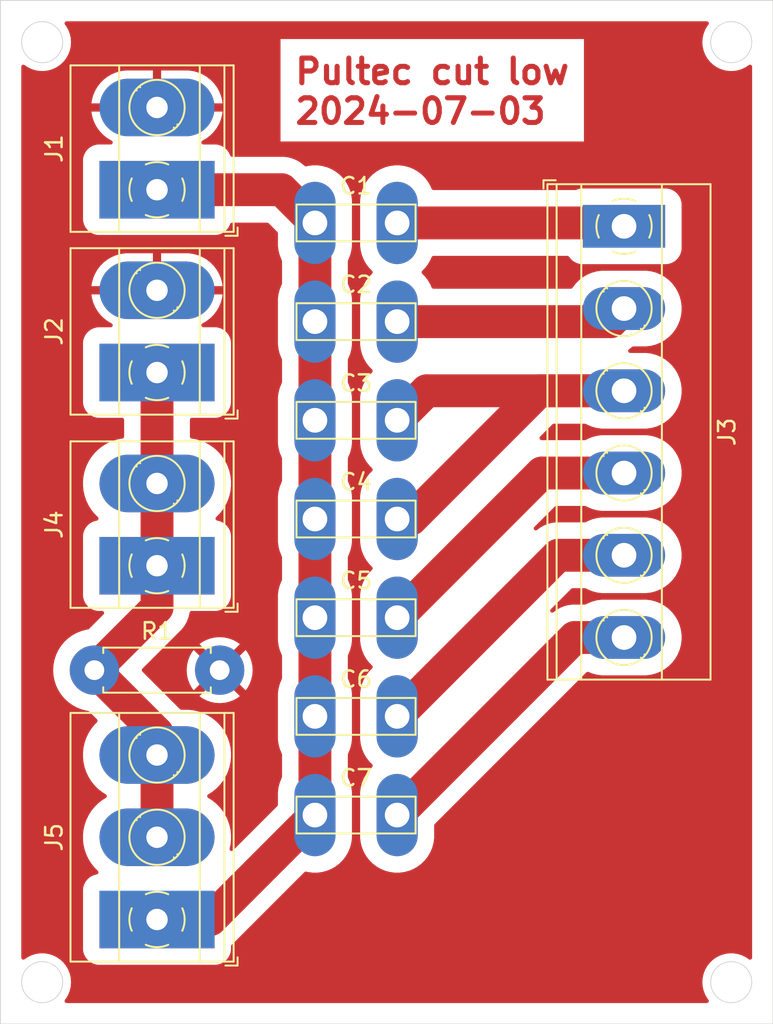
<source format=kicad_pcb>
(kicad_pcb (version 20240108) (generator "pcbnew") (generator_version "8.0")
  (layers (0 "F.Cu" signal) (31 "B.Cu" signal) (34 "B.Paste" user) (35 "F.Paste" user) (36 "B.SilkS" user "B.Silkscreen") (37 "F.SilkS" user "F.Silkscreen") (38 "B.Mask" user) (39 "F.Mask" user) (44 "Edge.Cuts" user))
  (net 0 "")
  (net 1 "Net-(J1-Pin_1)")
  (net 2 "Net-(J3-Pin_1)")
  (net 3 "Net-(J3-Pin_2)")
  (net 4 "Net-(J3-Pin_3)")
  (net 5 "Net-(J3-Pin_4)")
  (net 6 "Net-(J3-Pin_5)")
  (net 7 "Net-(J3-Pin_6)")
  (net 8 "GND")
  (net 9 "Net-(J2-Pin_1)")
  (footprint "OL Library:C_Rect_L7.0mm_W2.0mm_P5.00mm_Fat_Pad" (layer "F.Cu") (at 120.095 83.25)
    (property "Reference" "C5" (at 2.5 -2.25 0) (layer "F.SilkS"))
    (property "Value" "3n3")
    (fp_line (start -1.12 -1.12) (end -1.12 1.12) (stroke (width 0.12)) (layer "F.SilkS"))
    (fp_line (start -1.12 -1.12) (end 6.12 -1.12) (stroke (width 0.12)) (layer "F.SilkS"))
    (fp_line (start -1.12 1.12) (end 6.12 1.12) (stroke (width 0.12)) (layer "F.SilkS"))
    (fp_line (start 6.12 -1.12) (end 6.12 1.12) (stroke (width 0.12)) (layer "F.SilkS"))
    (pad "1" thru_hole oval (at 0 0) (size 2.5 5) (drill 1.5) (layers "*.Cu" "*.Mask") (net 1 "Net-(J1-Pin_1)"))
    (pad "2" thru_hole oval (at 5 0) (size 2.5 5) (drill 1.5) (layers "*.Cu" "*.Mask") (net 5 "Net-(J3-Pin_4)"))
  )
  (footprint "OL Library:TerminalBlock_Phoenix_MKDS-1,5-6_1x06_P5.00mm_Horizontal_Fat_Pad" (layer "F.Cu") (at 138.895 59.455 -90)
    (property "Reference" "J3" (at 12.5 -6.26 90) (layer "F.SilkS"))
    (property "Value" "Low Cut Select Send")
    (fp_line (start -2.8 4.9) (end -2.3 4.9) (stroke (width 0.12)) (layer "F.SilkS"))
    (fp_line (start -2.56 4.66) (end 27.56 4.66) (stroke (width 0.12)) (layer "F.SilkS"))
    (fp_line (start -2.8 4.16) (end -2.8 4.9) (stroke (width 0.12)) (layer "F.SilkS"))
    (fp_line (start -2.56 4.1) (end 27.56 4.1) (stroke (width 0.12)) (layer "F.SilkS"))
    (fp_line (start -2.56 2.6) (end 27.56 2.6) (stroke (width 0.12)) (layer "F.SilkS"))
    (fp_line (start 3.966 1.239) (end 3.931 1.274) (stroke (width 0.12)) (layer "F.SilkS"))
    (fp_line (start 8.966 1.239) (end 8.931 1.274) (stroke (width 0.12)) (layer "F.SilkS"))
    (fp_line (start 13.966 1.239) (end 13.931 1.274) (stroke (width 0.12)) (layer "F.SilkS"))
    (fp_line (start 18.966 1.239) (end 18.931 1.274) (stroke (width 0.12)) (layer "F.SilkS"))
    (fp_line (start 23.966 1.239) (end 23.931 1.274) (stroke (width 0.12)) (layer "F.SilkS"))
    (fp_line (start 3.773 1.023) (end 3.726 1.069) (stroke (width 0.12)) (layer "F.SilkS"))
    (fp_line (start 8.773 1.023) (end 8.726 1.069) (stroke (width 0.12)) (layer "F.SilkS"))
    (fp_line (start 13.773 1.023) (end 13.726 1.069) (stroke (width 0.12)) (layer "F.SilkS"))
    (fp_line (start 18.773 1.023) (end 18.726 1.069) (stroke (width 0.12)) (layer "F.SilkS"))
    (fp_line (start 23.773 1.023) (end 23.726 1.069) (stroke (width 0.12)) (layer "F.SilkS"))
    (fp_line (start 6.275 -1.069) (end 6.228 -1.023) (stroke (width 0.12)) (layer "F.SilkS"))
    (fp_line (start 11.275 -1.069) (end 11.228 -1.023) (stroke (width 0.12)) (layer "F.SilkS"))
    (fp_line (start 16.275 -1.069) (end 16.228 -1.023) (stroke (width 0.12)) (layer "F.SilkS"))
    (fp_line (start 21.275 -1.069) (end 21.228 -1.023) (stroke (width 0.12)) (layer "F.SilkS"))
    (fp_line (start 26.275 -1.069) (end 26.228 -1.023) (stroke (width 0.12)) (layer "F.SilkS"))
    (fp_line (start 6.07 -1.275) (end 6.035 -1.239) (stroke (width 0.12)) (layer "F.SilkS"))
    (fp_line (start 11.07 -1.275) (end 11.035 -1.239) (stroke (width 0.12)) (layer "F.SilkS"))
    (fp_line (start 16.07 -1.275) (end 16.035 -1.239) (stroke (width 0.12)) (layer "F.SilkS"))
    (fp_line (start 21.07 -1.275) (end 21.035 -1.239) (stroke (width 0.12)) (layer "F.SilkS"))
    (fp_line (start 26.07 -1.275) (end 26.035 -1.239) (stroke (width 0.12)) (layer "F.SilkS"))
    (fp_line (start -2.56 -2.301) (end 27.56 -2.301) (stroke (width 0.12)) (layer "F.SilkS"))
    (fp_line (start -2.56 -5.261) (end -2.56 4.66) (stroke (width 0.12)) (layer "F.SilkS"))
    (fp_line (start -2.56 -5.261) (end 27.56 -5.261) (stroke (width 0.12)) (layer "F.SilkS"))
    (fp_line (start 27.56 -5.261) (end 27.56 4.66) (stroke (width 0.12)) (layer "F.SilkS"))
    (fp_arc (start 0.028805 1.680253) (mid -0.335551 1.646659) (end -0.684 1.535) (stroke (width 0.12)) (layer "F.SilkS"))
    (fp_arc (start 0.683318 1.534756) (mid 0.349292 1.643288) (end 0 1.68) (stroke (width 0.12)) (layer "F.SilkS"))
    (fp_arc (start -1.535427 0.683042) (mid -1.680501 -0.000524) (end -1.535 -0.684) (stroke (width 0.12)) (layer "F.SilkS"))
    (fp_arc (start 1.535427 -0.683042) (mid 1.680501 0.000524) (end 1.535 0.684) (stroke (width 0.12)) (layer "F.SilkS"))
    (fp_arc (start -0.683042 -1.535427) (mid 0.000524 -1.680501) (end 0.684 -1.535) (stroke (width 0.12)) (layer "F.SilkS"))
    (fp_circle (center 5 0) (end 6.68 0) (stroke (width 0.12)) (fill none) (layer "F.SilkS"))
    (fp_circle (center 10 0) (end 11.68 0) (stroke (width 0.12)) (fill none) (layer "F.SilkS"))
    (fp_circle (center 15 0) (end 16.68 0) (stroke (width 0.12)) (fill none) (layer "F.SilkS"))
    (fp_circle (center 20 0) (end 21.68 0) (stroke (width 0.12)) (fill none) (layer "F.SilkS"))
    (fp_circle (center 25 0) (end 26.68 0) (stroke (width 0.12)) (fill none) (layer "F.SilkS"))
    (pad "1" thru_hole rect (at 0 0 270) (size 2.6 5) (drill 1.5) (layers "*.Cu" "*.Mask") (net 2 "Net-(J3-Pin_1)"))
    (pad "2" thru_hole oval (at 5 0 270) (size 2.6 5) (drill 1.5) (layers "*.Cu" "*.Mask") (net 3 "Net-(J3-Pin_2)"))
    (pad "3" thru_hole oval (at 10 0 270) (size 2.6 5) (drill 1.5) (layers "*.Cu" "*.Mask") (net 4 "Net-(J3-Pin_3)"))
    (pad "4" thru_hole oval (at 15 0 270) (size 2.6 5) (drill 1.5) (layers "*.Cu" "*.Mask") (net 5 "Net-(J3-Pin_4)"))
    (pad "5" thru_hole oval (at 20 0 270) (size 2.6 5) (drill 1.5) (layers "*.Cu" "*.Mask") (net 6 "Net-(J3-Pin_5)"))
    (pad "6" thru_hole oval (at 25 0 270) (size 2.6 5) (drill 1.5) (layers "*.Cu" "*.Mask") (net 7 "Net-(J3-Pin_6)"))
  )
  (footprint "OL Library:TerminalBlock_Phoenix_MKDS-1,5-3_1x03_P5.00mm_Horizontal Fat Pad" (layer "F.Cu") (at 110.49 101.6 90)
    (property "Reference" "J5" (at 5 -6.26 90) (layer "F.SilkS"))
    (property "Value" "Low Cut Level")
    (fp_line (start 12.56 -5.261) (end 12.56 4.66) (stroke (width 0.12)) (layer "F.SilkS"))
    (fp_line (start -2.56 -5.261) (end 12.56 -5.261) (stroke (width 0.12)) (layer "F.SilkS"))
    (fp_line (start -2.56 -5.261) (end -2.56 4.66) (stroke (width 0.12)) (layer "F.SilkS"))
    (fp_line (start -2.56 -2.301) (end 12.56 -2.301) (stroke (width 0.12)) (layer "F.SilkS"))
    (fp_line (start 11.07 -1.275) (end 11.035 -1.239) (stroke (width 0.12)) (layer "F.SilkS"))
    (fp_line (start 6.07 -1.275) (end 6.035 -1.239) (stroke (width 0.12)) (layer "F.SilkS"))
    (fp_line (start 11.275 -1.069) (end 11.228 -1.023) (stroke (width 0.12)) (layer "F.SilkS"))
    (fp_line (start 6.275 -1.069) (end 6.228 -1.023) (stroke (width 0.12)) (layer "F.SilkS"))
    (fp_line (start 8.773 1.023) (end 8.726 1.069) (stroke (width 0.12)) (layer "F.SilkS"))
    (fp_line (start 3.773 1.023) (end 3.726 1.069) (stroke (width 0.12)) (layer "F.SilkS"))
    (fp_line (start 8.966 1.239) (end 8.931 1.274) (stroke (width 0.12)) (layer "F.SilkS"))
    (fp_line (start 3.966 1.239) (end 3.931 1.274) (stroke (width 0.12)) (layer "F.SilkS"))
    (fp_line (start -2.56 2.6) (end 12.56 2.6) (stroke (width 0.12)) (layer "F.SilkS"))
    (fp_line (start -2.56 4.1) (end 12.56 4.1) (stroke (width 0.12)) (layer "F.SilkS"))
    (fp_line (start -2.8 4.16) (end -2.8 4.9) (stroke (width 0.12)) (layer "F.SilkS"))
    (fp_line (start -2.56 4.66) (end 12.56 4.66) (stroke (width 0.12)) (layer "F.SilkS"))
    (fp_line (start -2.8 4.9) (end -2.3 4.9) (stroke (width 0.12)) (layer "F.SilkS"))
    (fp_arc (start -0.683042 -1.535427) (mid 0.000524 -1.680501) (end 0.684 -1.535) (stroke (width 0.12)) (layer "F.SilkS"))
    (fp_arc (start 1.535427 -0.683042) (mid 1.680501 0.000524) (end 1.535 0.684) (stroke (width 0.12)) (layer "F.SilkS"))
    (fp_arc (start -1.535427 0.683042) (mid -1.680501 -0.000524) (end -1.535 -0.684) (stroke (width 0.12)) (layer "F.SilkS"))
    (fp_arc (start 0.683318 1.534756) (mid 0.349292 1.643288) (end 0 1.68) (stroke (width 0.12)) (layer "F.SilkS"))
    (fp_arc (start 0.028805 1.680253) (mid -0.335551 1.646659) (end -0.684 1.535) (stroke (width 0.12)) (layer "F.SilkS"))
    (fp_circle (center 10 0) (end 11.68 0) (stroke (width 0.12)) (fill none) (layer "F.SilkS"))
    (fp_circle (center 5 0) (end 6.68 0) (stroke (width 0.12)) (fill none) (layer "F.SilkS"))
    (pad "1" thru_hole rect (at 0 0 90) (size 3.5 7) (drill 1.3) (layers "*.Cu" "*.Mask") (net 1 "Net-(J1-Pin_1)"))
    (pad "2" thru_hole oval (at 5 0 90) (size 3.5 7) (drill 1.3) (layers "*.Cu" "*.Mask") (net 9 "Net-(J2-Pin_1)"))
    (pad "3" thru_hole oval (at 10 0 90) (size 3.5 7) (drill 1.3) (layers "*.Cu" "*.Mask") (net 9 "Net-(J2-Pin_1)"))
  )
  (footprint "OL Library:C_Rect_L7.0mm_W2.0mm_P5.00mm_Fat_Pad" (layer "F.Cu") (at 120.095 59.25)
    (property "Reference" "C1" (at 2.5 -2.25 0) (layer "F.SilkS"))
    (property "Value" "18n")
    (fp_line (start -1.12 -1.12) (end -1.12 1.12) (stroke (width 0.12)) (layer "F.SilkS"))
    (fp_line (start -1.12 -1.12) (end 6.12 -1.12) (stroke (width 0.12)) (layer "F.SilkS"))
    (fp_line (start -1.12 1.12) (end 6.12 1.12) (stroke (width 0.12)) (layer "F.SilkS"))
    (fp_line (start 6.12 -1.12) (end 6.12 1.12) (stroke (width 0.12)) (layer "F.SilkS"))
    (pad "1" thru_hole oval (at 0 0) (size 2.5 5) (drill 1.5) (layers "*.Cu" "*.Mask") (net 1 "Net-(J1-Pin_1)"))
    (pad "2" thru_hole oval (at 5 0) (size 2.5 5) (drill 1.5) (layers "*.Cu" "*.Mask") (net 2 "Net-(J3-Pin_1)"))
  )
  (footprint "OL Library:C_Rect_L7.0mm_W2.0mm_P5.00mm_Fat_Pad" (layer "F.Cu") (at 120.095 65.25)
    (property "Reference" "C2" (at 2.5 -2.25 0) (layer "F.SilkS"))
    (property "Value" "10n")
    (fp_line (start -1.12 -1.12) (end -1.12 1.12) (stroke (width 0.12)) (layer "F.SilkS"))
    (fp_line (start -1.12 -1.12) (end 6.12 -1.12) (stroke (width 0.12)) (layer "F.SilkS"))
    (fp_line (start -1.12 1.12) (end 6.12 1.12) (stroke (width 0.12)) (layer "F.SilkS"))
    (fp_line (start 6.12 -1.12) (end 6.12 1.12) (stroke (width 0.12)) (layer "F.SilkS"))
    (pad "1" thru_hole oval (at 0 0) (size 2.5 5) (drill 1.5) (layers "*.Cu" "*.Mask") (net 1 "Net-(J1-Pin_1)"))
    (pad "2" thru_hole oval (at 5 0) (size 2.5 5) (drill 1.5) (layers "*.Cu" "*.Mask") (net 3 "Net-(J3-Pin_2)"))
  )
  (footprint "OL Library:TerminalBlock_Phoenix_MKDS-1,5-2_1x02_P5.00mm_Horizontal Fat Pad" (layer "F.Cu") (at 110.49 57.23 90)
    (property "Reference" "J1" (at 2.5 -6.26 90) (layer "F.SilkS"))
    (property "Value" "IN")
    (fp_line (start 7.56 -5.261) (end 7.56 4.66) (stroke (width 0.12)) (layer "F.SilkS"))
    (fp_line (start -2.56 -5.261) (end 7.56 -5.261) (stroke (width 0.12)) (layer "F.SilkS"))
    (fp_line (start -2.56 -5.261) (end -2.56 4.66) (stroke (width 0.12)) (layer "F.SilkS"))
    (fp_line (start -2.56 -2.301) (end 7.56 -2.301) (stroke (width 0.12)) (layer "F.SilkS"))
    (fp_line (start 6.07 -1.275) (end 6.035 -1.239) (stroke (width 0.12)) (layer "F.SilkS"))
    (fp_line (start 6.275 -1.069) (end 6.228 -1.023) (stroke (width 0.12)) (layer "F.SilkS"))
    (fp_line (start 3.773 1.023) (end 3.726 1.069) (stroke (width 0.12)) (layer "F.SilkS"))
    (fp_line (start 3.966 1.239) (end 3.931 1.274) (stroke (width 0.12)) (layer "F.SilkS"))
    (fp_line (start -2.56 2.6) (end 7.56 2.6) (stroke (width 0.12)) (layer "F.SilkS"))
    (fp_line (start -2.56 4.1) (end 7.56 4.1) (stroke (width 0.12)) (layer "F.SilkS"))
    (fp_line (start -2.8 4.16) (end -2.8 4.9) (stroke (width 0.12)) (layer "F.SilkS"))
    (fp_line (start -2.56 4.66) (end 7.56 4.66) (stroke (width 0.12)) (layer "F.SilkS"))
    (fp_line (start -2.8 4.9) (end -2.3 4.9) (stroke (width 0.12)) (layer "F.SilkS"))
    (fp_arc (start -0.683042 -1.535427) (mid 0.000524 -1.680501) (end 0.684 -1.535) (stroke (width 0.12)) (layer "F.SilkS"))
    (fp_arc (start 1.535427 -0.683042) (mid 1.680501 0.000524) (end 1.535 0.684) (stroke (width 0.12)) (layer "F.SilkS"))
    (fp_arc (start -1.535427 0.683042) (mid -1.680501 -0.000524) (end -1.535 -0.684) (stroke (width 0.12)) (layer "F.SilkS"))
    (fp_arc (start 0.683318 1.534756) (mid 0.349292 1.643288) (end 0 1.68) (stroke (width 0.12)) (layer "F.SilkS"))
    (fp_arc (start 0.028805 1.680253) (mid -0.335551 1.646659) (end -0.684 1.535) (stroke (width 0.12)) (layer "F.SilkS"))
    (fp_circle (center 5 0) (end 6.68 0) (stroke (width 0.12)) (fill none) (layer "F.SilkS"))
    (pad "1" thru_hole rect (at 0 0 90) (size 3.5 7) (drill 1.3) (layers "*.Cu" "*.Mask") (net 1 "Net-(J1-Pin_1)"))
    (pad "2" thru_hole oval (at 5 0 90) (size 3.5 7) (drill 1.3) (layers "*.Cu" "*.Mask") (net 8 "GND"))
  )
  (footprint "OL Library:C_Rect_L7.0mm_W2.0mm_P5.00mm_Fat_Pad" (layer "F.Cu") (at 120.095 89.25)
    (property "Reference" "C6" (at 2.5 -2.25 0) (layer "F.SilkS"))
    (property "Value" "2n2")
    (fp_line (start -1.12 -1.12) (end -1.12 1.12) (stroke (width 0.12)) (layer "F.SilkS"))
    (fp_line (start -1.12 -1.12) (end 6.12 -1.12) (stroke (width 0.12)) (layer "F.SilkS"))
    (fp_line (start -1.12 1.12) (end 6.12 1.12) (stroke (width 0.12)) (layer "F.SilkS"))
    (fp_line (start 6.12 -1.12) (end 6.12 1.12) (stroke (width 0.12)) (layer "F.SilkS"))
    (pad "1" thru_hole oval (at 0 0) (size 2.5 5) (drill 1.5) (layers "*.Cu" "*.Mask") (net 1 "Net-(J1-Pin_1)"))
    (pad "2" thru_hole oval (at 5 0) (size 2.5 5) (drill 1.5) (layers "*.Cu" "*.Mask") (net 6 "Net-(J3-Pin_5)"))
  )
  (footprint "OL Library:TerminalBlock_Phoenix_MKDS-1,5-2_1x02_P5.00mm_Horizontal Fat Pad" (layer "F.Cu") (at 110.49 68.345 90)
    (property "Reference" "J2" (at 2.5 -6.26 90) (layer "F.SilkS"))
    (property "Value" "OUT")
    (fp_line (start 7.56 -5.261) (end 7.56 4.66) (stroke (width 0.12)) (layer "F.SilkS"))
    (fp_line (start -2.56 -5.261) (end 7.56 -5.261) (stroke (width 0.12)) (layer "F.SilkS"))
    (fp_line (start -2.56 -5.261) (end -2.56 4.66) (stroke (width 0.12)) (layer "F.SilkS"))
    (fp_line (start -2.56 -2.301) (end 7.56 -2.301) (stroke (width 0.12)) (layer "F.SilkS"))
    (fp_line (start 6.07 -1.275) (end 6.035 -1.239) (stroke (width 0.12)) (layer "F.SilkS"))
    (fp_line (start 6.275 -1.069) (end 6.228 -1.023) (stroke (width 0.12)) (layer "F.SilkS"))
    (fp_line (start 3.773 1.023) (end 3.726 1.069) (stroke (width 0.12)) (layer "F.SilkS"))
    (fp_line (start 3.966 1.239) (end 3.931 1.274) (stroke (width 0.12)) (layer "F.SilkS"))
    (fp_line (start -2.56 2.6) (end 7.56 2.6) (stroke (width 0.12)) (layer "F.SilkS"))
    (fp_line (start -2.56 4.1) (end 7.56 4.1) (stroke (width 0.12)) (layer "F.SilkS"))
    (fp_line (start -2.8 4.16) (end -2.8 4.9) (stroke (width 0.12)) (layer "F.SilkS"))
    (fp_line (start -2.56 4.66) (end 7.56 4.66) (stroke (width 0.12)) (layer "F.SilkS"))
    (fp_line (start -2.8 4.9) (end -2.3 4.9) (stroke (width 0.12)) (layer "F.SilkS"))
    (fp_arc (start -0.683042 -1.535427) (mid 0.000524 -1.680501) (end 0.684 -1.535) (stroke (width 0.12)) (layer "F.SilkS"))
    (fp_arc (start 1.535427 -0.683042) (mid 1.680501 0.000524) (end 1.535 0.684) (stroke (width 0.12)) (layer "F.SilkS"))
    (fp_arc (start -1.535427 0.683042) (mid -1.680501 -0.000524) (end -1.535 -0.684) (stroke (width 0.12)) (layer "F.SilkS"))
    (fp_arc (start 0.683318 1.534756) (mid 0.349292 1.643288) (end 0 1.68) (stroke (width 0.12)) (layer "F.SilkS"))
    (fp_arc (start 0.028805 1.680253) (mid -0.335551 1.646659) (end -0.684 1.535) (stroke (width 0.12)) (layer "F.SilkS"))
    (fp_circle (center 5 0) (end 6.68 0) (stroke (width 0.12)) (fill none) (layer "F.SilkS"))
    (pad "1" thru_hole rect (at 0 0 90) (size 3.5 7) (drill 1.3) (layers "*.Cu" "*.Mask") (net 9 "Net-(J2-Pin_1)"))
    (pad "2" thru_hole oval (at 5 0 90) (size 3.5 7) (drill 1.3) (layers "*.Cu" "*.Mask") (net 8 "GND"))
  )
  (footprint "OL Library:C_Rect_L7.0mm_W2.0mm_P5.00mm_Fat_Pad" (layer "F.Cu") (at 120.095 71.25)
    (property "Reference" "C3" (at 2.5 -2.25 0) (layer "F.SilkS"))
    (property "Value" "4.7n")
    (fp_line (start -1.12 -1.12) (end -1.12 1.12) (stroke (width 0.12)) (layer "F.SilkS"))
    (fp_line (start -1.12 -1.12) (end 6.12 -1.12) (stroke (width 0.12)) (layer "F.SilkS"))
    (fp_line (start -1.12 1.12) (end 6.12 1.12) (stroke (width 0.12)) (layer "F.SilkS"))
    (fp_line (start 6.12 -1.12) (end 6.12 1.12) (stroke (width 0.12)) (layer "F.SilkS"))
    (pad "1" thru_hole oval (at 0 0) (size 2.5 5) (drill 1.5) (layers "*.Cu" "*.Mask") (net 1 "Net-(J1-Pin_1)"))
    (pad "2" thru_hole oval (at 5 0) (size 2.5 5) (drill 1.5) (layers "*.Cu" "*.Mask") (net 4 "Net-(J3-Pin_3)"))
  )
  (footprint "OL Library:R_Axial_DIN0207_L6.3mm_D2.5mm_P7.62mm_Horizontal" (layer "F.Cu") (at 106.68 86.44)
    (property "Reference" "R1" (at 3.81 -2.37 360) (layer "F.SilkS"))
    (property "Value" "R")
    (fp_line (start 0.54 -1.37) (end 7.08 -1.37) (stroke (width 0.12)) (layer "F.SilkS"))
    (fp_line (start 0.54 -1.04) (end 0.54 -1.37) (stroke (width 0.12)) (layer "F.SilkS"))
    (fp_line (start 0.54 1.04) (end 0.54 1.37) (stroke (width 0.12)) (layer "F.SilkS"))
    (fp_line (start 0.54 1.37) (end 7.08 1.37) (stroke (width 0.12)) (layer "F.SilkS"))
    (fp_line (start 7.08 -1.37) (end 7.08 -1.04) (stroke (width 0.12)) (layer "F.SilkS"))
    (fp_line (start 7.08 1.37) (end 7.08 1.04) (stroke (width 0.12)) (layer "F.SilkS"))
    (pad "1" thru_hole circle (at 0 0) (size 3 3) (drill 1.2) (layers "*.Cu" "*.Mask") (net 9 "Net-(J2-Pin_1)"))
    (pad "2" thru_hole circle (at 7.62 0) (size 3 3) (drill 1.2) (layers "*.Cu" "*.Mask") (net 8 "GND"))
  )
  (footprint "OL Library:TerminalBlock_Phoenix_MKDS-1,5-2_1x02_P5.00mm_Horizontal Fat Pad" (layer "F.Cu") (at 110.49 80.09 90)
    (property "Reference" "J4" (at 2.5 -6.26 90) (layer "F.SilkS"))
    (property "Value" "Low Cut Select Return")
    (fp_line (start 7.56 -5.261) (end 7.56 4.66) (stroke (width 0.12)) (layer "F.SilkS"))
    (fp_line (start -2.56 -5.261) (end 7.56 -5.261) (stroke (width 0.12)) (layer "F.SilkS"))
    (fp_line (start -2.56 -5.261) (end -2.56 4.66) (stroke (width 0.12)) (layer "F.SilkS"))
    (fp_line (start -2.56 -2.301) (end 7.56 -2.301) (stroke (width 0.12)) (layer "F.SilkS"))
    (fp_line (start 6.07 -1.275) (end 6.035 -1.239) (stroke (width 0.12)) (layer "F.SilkS"))
    (fp_line (start 6.275 -1.069) (end 6.228 -1.023) (stroke (width 0.12)) (layer "F.SilkS"))
    (fp_line (start 3.773 1.023) (end 3.726 1.069) (stroke (width 0.12)) (layer "F.SilkS"))
    (fp_line (start 3.966 1.239) (end 3.931 1.274) (stroke (width 0.12)) (layer "F.SilkS"))
    (fp_line (start -2.56 2.6) (end 7.56 2.6) (stroke (width 0.12)) (layer "F.SilkS"))
    (fp_line (start -2.56 4.1) (end 7.56 4.1) (stroke (width 0.12)) (layer "F.SilkS"))
    (fp_line (start -2.8 4.16) (end -2.8 4.9) (stroke (width 0.12)) (layer "F.SilkS"))
    (fp_line (start -2.56 4.66) (end 7.56 4.66) (stroke (width 0.12)) (layer "F.SilkS"))
    (fp_line (start -2.8 4.9) (end -2.3 4.9) (stroke (width 0.12)) (layer "F.SilkS"))
    (fp_arc (start -0.683042 -1.535427) (mid 0.000524 -1.680501) (end 0.684 -1.535) (stroke (width 0.12)) (layer "F.SilkS"))
    (fp_arc (start 1.535427 -0.683042) (mid 1.680501 0.000524) (end 1.535 0.684) (stroke (width 0.12)) (layer "F.SilkS"))
    (fp_arc (start -1.535427 0.683042) (mid -1.680501 -0.000524) (end -1.535 -0.684) (stroke (width 0.12)) (layer "F.SilkS"))
    (fp_arc (start 0.683318 1.534756) (mid 0.349292 1.643288) (end 0 1.68) (stroke (width 0.12)) (layer "F.SilkS"))
    (fp_arc (start 0.028805 1.680253) (mid -0.335551 1.646659) (end -0.684 1.535) (stroke (width 0.12)) (layer "F.SilkS"))
    (fp_circle (center 5 0) (end 6.68 0) (stroke (width 0.12)) (fill none) (layer "F.SilkS"))
    (pad "1" thru_hole rect (at 0 0 90) (size 3.5 7) (drill 1.3) (layers "*.Cu" "*.Mask") (net 9 "Net-(J2-Pin_1)"))
    (pad "2" thru_hole oval (at 5 0 90) (size 3.5 7) (drill 1.3) (layers "*.Cu" "*.Mask") (net 9 "Net-(J2-Pin_1)"))
  )
  (footprint "OL Library:C_Rect_L7.0mm_W2.0mm_P5.00mm_Fat_Pad" (layer "F.Cu") (at 120.095 77.25)
    (property "Reference" "C4" (at 2.5 -2.25 0) (layer "F.SilkS"))
    (property "Value" "1n")
    (fp_line (start -1.12 -1.12) (end -1.12 1.12) (stroke (width 0.12)) (layer "F.SilkS"))
    (fp_line (start -1.12 -1.12) (end 6.12 -1.12) (stroke (width 0.12)) (layer "F.SilkS"))
    (fp_line (start -1.12 1.12) (end 6.12 1.12) (stroke (width 0.12)) (layer "F.SilkS"))
    (fp_line (start 6.12 -1.12) (end 6.12 1.12) (stroke (width 0.12)) (layer "F.SilkS"))
    (pad "1" thru_hole oval (at 0 0) (size 2.5 5) (drill 1.5) (layers "*.Cu" "*.Mask") (net 1 "Net-(J1-Pin_1)"))
    (pad "2" thru_hole oval (at 5 0) (size 2.5 5) (drill 1.5) (layers "*.Cu" "*.Mask") (net 4 "Net-(J3-Pin_3)"))
  )
  (footprint "OL Library:C_Rect_L7.0mm_W2.0mm_P5.00mm_Fat_Pad" (layer "F.Cu") (at 120.095 95.25)
    (property "Reference" "C7" (at 2.5 -2.25 0) (layer "F.SilkS"))
    (property "Value" "1n8")
    (fp_line (start -1.12 -1.12) (end -1.12 1.12) (stroke (width 0.12)) (layer "F.SilkS"))
    (fp_line (start -1.12 -1.12) (end 6.12 -1.12) (stroke (width 0.12)) (layer "F.SilkS"))
    (fp_line (start -1.12 1.12) (end 6.12 1.12) (stroke (width 0.12)) (layer "F.SilkS"))
    (fp_line (start 6.12 -1.12) (end 6.12 1.12) (stroke (width 0.12)) (layer "F.SilkS"))
    (pad "1" thru_hole oval (at 0 0) (size 2.5 5) (drill 1.5) (layers "*.Cu" "*.Mask") (net 1 "Net-(J1-Pin_1)"))
    (pad "2" thru_hole oval (at 5 0) (size 2.5 5) (drill 1.5) (layers "*.Cu" "*.Mask") (net 7 "Net-(J3-Pin_6)"))
  )
  (gr_rect (start 100.965 45.72) (end 147.955 107.95) (stroke (width 0.05)) (fill none) (layer "Edge.Cuts"))
  (gr_circle (center 103.505 105.41) (end 104.755 105.41) (stroke (width 0.05)) (fill none) (layer "Edge.Cuts"))
  (gr_circle (center 103.505 48.26) (end 104.755 48.26) (stroke (width 0.05)) (fill none) (layer "Edge.Cuts"))
  (gr_circle (center 145.415 48.26) (end 146.665 48.26) (stroke (width 0.05)) (fill none) (layer "Edge.Cuts"))
  (gr_circle (center 145.415 105.41) (end 146.665 105.41) (stroke (width 0.05)) (fill none) (layer "Edge.Cuts"))
  (gr_text "Pultec cut low\n2024-07-03" (at 118.745 53.34 0) (layer "F.Cu") (effects (font (size 1.5 1.5) (thickness 0.3) (bold yes)) (justify left bottom)))
  (gr_text "Pultec cut low\n2024-07-03" (at 118.745 53.34 0) (layer "F.Cu") (effects (font (size 1.5 1.5) (thickness 0.3) (bold yes)) (justify left bottom)))
  (segment (start 120.095 71.25) (end 120.095 65.25) (width 2) (layer "F.Cu") (net 1))
  (segment (start 110.49 57.23) (end 118.075 57.23) (width 2) (layer "F.Cu") (net 1))
  (segment (start 113.745 101.6) (end 120.095 95.25) (width 2) (layer "F.Cu") (net 1))
  (segment (start 120.095 59.25) (end 120.095 65.25) (width 2) (layer "F.Cu") (net 1))
  (segment (start 118.075 57.23) (end 120.095 59.25) (width 2) (layer "F.Cu") (net 1))
  (segment (start 120.095 71.25) (end 120.095 77.25) (width 2) (layer "F.Cu") (net 1))
  (segment (start 120.095 83.25) (end 120.095 89.25) (width 2) (layer "F.Cu") (net 1))
  (segment (start 120.095 77.25) (end 120.095 83.25) (width 2) (layer "F.Cu") (net 1))
  (segment (start 120.095 89.25) (end 120.095 95.25) (width 2) (layer "F.Cu") (net 1))
  (segment (start 110.49 101.6) (end 113.745 101.6) (width 2) (layer "F.Cu") (net 1))
  (segment (start 125.095 59.25) (end 138.69 59.25) (width 2) (layer "F.Cu") (net 2))
  (segment (start 138.69 59.25) (end 138.895 59.455) (width 2) (layer "F.Cu") (net 2))
  (segment (start 138.1 65.25) (end 138.895 64.455) (width 2) (layer "F.Cu") (net 3))
  (segment (start 125.095 65.25) (end 138.1 65.25) (width 2) (layer "F.Cu") (net 3))
  (segment (start 126.89 69.455) (end 138.895 69.455) (width 2) (layer "F.Cu") (net 4))
  (segment (start 125.095 71.25) (end 126.89 69.455) (width 2) (layer "F.Cu") (net 4))
  (segment (start 125.95 77.25) (end 133.745 69.455) (width 2) (layer "F.Cu") (net 4))
  (segment (start 133.745 69.455) (end 138.895 69.455) (width 2) (layer "F.Cu") (net 4))
  (segment (start 125.095 77.25) (end 125.95 77.25) (width 2) (layer "F.Cu") (net 4))
  (segment (start 133.89 74.455) (end 138.895 74.455) (width 2) (layer "F.Cu") (net 5))
  (segment (start 125.095 83.25) (end 133.89 74.455) (width 2) (layer "F.Cu") (net 5))
  (segment (start 134.89 79.455) (end 138.895 79.455) (width 2) (layer "F.Cu") (net 6))
  (segment (start 125.095 89.25) (end 134.89 79.455) (width 2) (layer "F.Cu") (net 6))
  (segment (start 125.095 95.25) (end 135.89 84.455) (width 2) (layer "F.Cu") (net 7))
  (segment (start 135.89 84.455) (end 138.895 84.455) (width 2) (layer "F.Cu") (net 7))
  (segment (start 110.49 80.09) (end 110.49 82.63) (width 2) (layer "F.Cu") (net 9))
  (segment (start 110.49 68.345) (end 110.49 75.09) (width 2) (layer "F.Cu") (net 9))
  (segment (start 110.49 91.6) (end 110.49 90.25) (width 2) (layer "F.Cu") (net 9))
  (segment (start 110.49 75.09) (end 110.49 80.09) (width 2) (layer "F.Cu") (net 9))
  (segment (start 110.49 82.63) (end 106.68 86.44) (width 2) (layer "F.Cu") (net 9))
  (segment (start 110.49 90.25) (end 106.68 86.44) (width 2) (layer "F.Cu") (net 9))
  (segment (start 110.49 96.6) (end 110.49 91.6) (width 2) (layer "F.Cu") (net 9))
  (zone (net 8) (net_name "GND") (layer "F.Cu") (connect_pads (clearance 0.5)) (min_thickness 0.25) (fill yes (thermal_gap 0.5) (thermal_bridge_width 0.5))
    (polygon (pts (xy 102.235 46.99) (xy 146.685 46.99) (xy 146.685 106.68) (xy 102.235 106.68) (xy 102.235 46.355)))
  )
)
</source>
